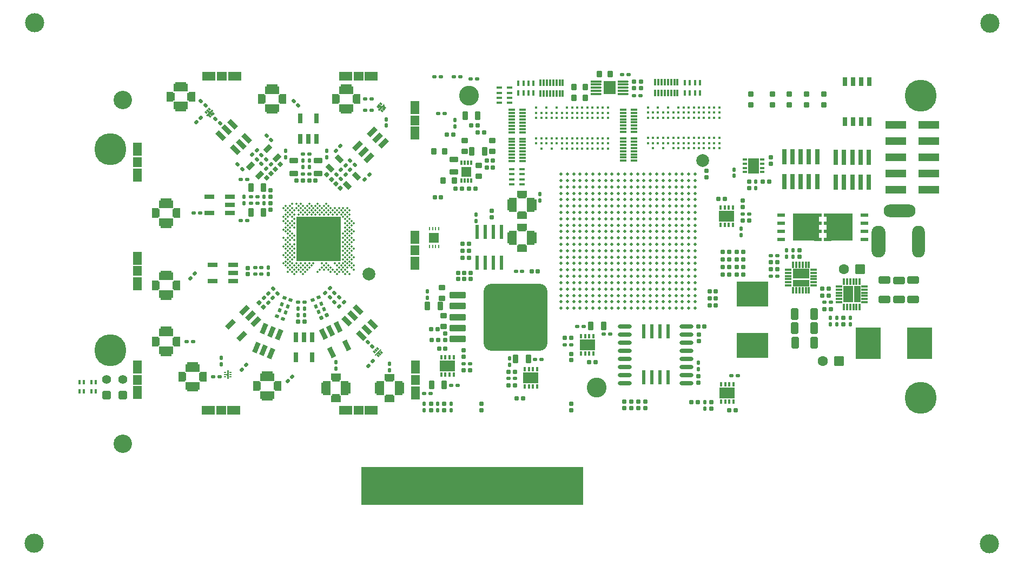
<source format=gts>
G04 Layer_Color=8388736*
%FSLAX44Y44*%
%MOMM*%
G71*
G01*
G75*
%ADD18R,0.5500X2.2000*%
%ADD19C,0.3500*%
G04:AMPARAMS|DCode=21|XSize=1mm|YSize=0.9mm|CornerRadius=0.1125mm|HoleSize=0mm|Usage=FLASHONLY|Rotation=0.000|XOffset=0mm|YOffset=0mm|HoleType=Round|Shape=RoundedRectangle|*
%AMROUNDEDRECTD21*
21,1,1.0000,0.6750,0,0,0.0*
21,1,0.7750,0.9000,0,0,0.0*
1,1,0.2250,0.3875,-0.3375*
1,1,0.2250,-0.3875,-0.3375*
1,1,0.2250,-0.3875,0.3375*
1,1,0.2250,0.3875,0.3375*
%
%ADD21ROUNDEDRECTD21*%
G04:AMPARAMS|DCode=24|XSize=1.6mm|YSize=1.9mm|CornerRadius=0.2mm|HoleSize=0mm|Usage=FLASHONLY|Rotation=180.000|XOffset=0mm|YOffset=0mm|HoleType=Round|Shape=RoundedRectangle|*
%AMROUNDEDRECTD24*
21,1,1.6000,1.5000,0,0,180.0*
21,1,1.2000,1.9000,0,0,180.0*
1,1,0.4000,-0.6000,0.7500*
1,1,0.4000,0.6000,0.7500*
1,1,0.4000,0.6000,-0.7500*
1,1,0.4000,-0.6000,-0.7500*
%
%ADD24ROUNDEDRECTD24*%
G04:AMPARAMS|DCode=29|XSize=0.6mm|YSize=0.6mm|CornerRadius=0.06mm|HoleSize=0mm|Usage=FLASHONLY|Rotation=0.000|XOffset=0mm|YOffset=0mm|HoleType=Round|Shape=RoundedRectangle|*
%AMROUNDEDRECTD29*
21,1,0.6000,0.4800,0,0,0.0*
21,1,0.4800,0.6000,0,0,0.0*
1,1,0.1200,0.2400,-0.2400*
1,1,0.1200,-0.2400,-0.2400*
1,1,0.1200,-0.2400,0.2400*
1,1,0.1200,0.2400,0.2400*
%
%ADD29ROUNDEDRECTD29*%
G04:AMPARAMS|DCode=34|XSize=0.5mm|YSize=0.6mm|CornerRadius=0.05mm|HoleSize=0mm|Usage=FLASHONLY|Rotation=180.000|XOffset=0mm|YOffset=0mm|HoleType=Round|Shape=RoundedRectangle|*
%AMROUNDEDRECTD34*
21,1,0.5000,0.5000,0,0,180.0*
21,1,0.4000,0.6000,0,0,180.0*
1,1,0.1000,-0.2000,0.2500*
1,1,0.1000,0.2000,0.2500*
1,1,0.1000,0.2000,-0.2500*
1,1,0.1000,-0.2000,-0.2500*
%
%ADD34ROUNDEDRECTD34*%
G04:AMPARAMS|DCode=35|XSize=0.5mm|YSize=0.6mm|CornerRadius=0.05mm|HoleSize=0mm|Usage=FLASHONLY|Rotation=90.000|XOffset=0mm|YOffset=0mm|HoleType=Round|Shape=RoundedRectangle|*
%AMROUNDEDRECTD35*
21,1,0.5000,0.5000,0,0,90.0*
21,1,0.4000,0.6000,0,0,90.0*
1,1,0.1000,0.2500,0.2000*
1,1,0.1000,0.2500,-0.2000*
1,1,0.1000,-0.2500,-0.2000*
1,1,0.1000,-0.2500,0.2000*
%
%ADD35ROUNDEDRECTD35*%
G04:AMPARAMS|DCode=36|XSize=0.6mm|YSize=0.6mm|CornerRadius=0.06mm|HoleSize=0mm|Usage=FLASHONLY|Rotation=270.000|XOffset=0mm|YOffset=0mm|HoleType=Round|Shape=RoundedRectangle|*
%AMROUNDEDRECTD36*
21,1,0.6000,0.4800,0,0,270.0*
21,1,0.4800,0.6000,0,0,270.0*
1,1,0.1200,-0.2400,-0.2400*
1,1,0.1200,-0.2400,0.2400*
1,1,0.1200,0.2400,0.2400*
1,1,0.1200,0.2400,-0.2400*
%
%ADD36ROUNDEDRECTD36*%
G04:AMPARAMS|DCode=37|XSize=1.3mm|YSize=0.8mm|CornerRadius=0.1mm|HoleSize=0mm|Usage=FLASHONLY|Rotation=90.000|XOffset=0mm|YOffset=0mm|HoleType=Round|Shape=RoundedRectangle|*
%AMROUNDEDRECTD37*
21,1,1.3000,0.6000,0,0,90.0*
21,1,1.1000,0.8000,0,0,90.0*
1,1,0.2000,0.3000,0.5500*
1,1,0.2000,0.3000,-0.5500*
1,1,0.2000,-0.3000,-0.5500*
1,1,0.2000,-0.3000,0.5500*
%
%ADD37ROUNDEDRECTD37*%
%ADD38R,0.2500X0.6250*%
%ADD39R,1.6000X1.6000*%
G04:AMPARAMS|DCode=40|XSize=2.5mm|YSize=1.1mm|CornerRadius=0.1375mm|HoleSize=0mm|Usage=FLASHONLY|Rotation=180.000|XOffset=0mm|YOffset=0mm|HoleType=Round|Shape=RoundedRectangle|*
%AMROUNDEDRECTD40*
21,1,2.5000,0.8250,0,0,180.0*
21,1,2.2250,1.1000,0,0,180.0*
1,1,0.2750,-1.1125,0.4125*
1,1,0.2750,1.1125,0.4125*
1,1,0.2750,1.1125,-0.4125*
1,1,0.2750,-1.1125,-0.4125*
%
%ADD40ROUNDEDRECTD40*%
G04:AMPARAMS|DCode=41|XSize=10mm|YSize=10.5mm|CornerRadius=1.25mm|HoleSize=0mm|Usage=FLASHONLY|Rotation=180.000|XOffset=0mm|YOffset=0mm|HoleType=Round|Shape=RoundedRectangle|*
%AMROUNDEDRECTD41*
21,1,10.0000,8.0000,0,0,180.0*
21,1,7.5000,10.5000,0,0,180.0*
1,1,2.5000,-3.7500,4.0000*
1,1,2.5000,3.7500,4.0000*
1,1,2.5000,3.7500,-4.0000*
1,1,2.5000,-3.7500,-4.0000*
%
%ADD41ROUNDEDRECTD41*%
G04:AMPARAMS|DCode=46|XSize=1.8mm|YSize=1.15mm|CornerRadius=0.1437mm|HoleSize=0mm|Usage=FLASHONLY|Rotation=0.000|XOffset=0mm|YOffset=0mm|HoleType=Round|Shape=RoundedRectangle|*
%AMROUNDEDRECTD46*
21,1,1.8000,0.8625,0,0,0.0*
21,1,1.5125,1.1500,0,0,0.0*
1,1,0.2875,0.7562,-0.4313*
1,1,0.2875,-0.7562,-0.4313*
1,1,0.2875,-0.7562,0.4313*
1,1,0.2875,0.7562,0.4313*
%
%ADD46ROUNDEDRECTD46*%
G04:AMPARAMS|DCode=47|XSize=1.3mm|YSize=0.8mm|CornerRadius=0.1mm|HoleSize=0mm|Usage=FLASHONLY|Rotation=180.000|XOffset=0mm|YOffset=0mm|HoleType=Round|Shape=RoundedRectangle|*
%AMROUNDEDRECTD47*
21,1,1.3000,0.6000,0,0,180.0*
21,1,1.1000,0.8000,0,0,180.0*
1,1,0.2000,-0.5500,0.3000*
1,1,0.2000,0.5500,0.3000*
1,1,0.2000,0.5500,-0.3000*
1,1,0.2000,-0.5500,-0.3000*
%
%ADD47ROUNDEDRECTD47*%
G04:AMPARAMS|DCode=48|XSize=1.3mm|YSize=0.8mm|CornerRadius=0.1mm|HoleSize=0mm|Usage=FLASHONLY|Rotation=225.000|XOffset=0mm|YOffset=0mm|HoleType=Round|Shape=RoundedRectangle|*
%AMROUNDEDRECTD48*
21,1,1.3000,0.6000,0,0,225.0*
21,1,1.1000,0.8000,0,0,225.0*
1,1,0.2000,-0.6010,-0.1768*
1,1,0.2000,0.1768,0.6010*
1,1,0.2000,0.6010,0.1768*
1,1,0.2000,-0.1768,-0.6010*
%
%ADD48ROUNDEDRECTD48*%
G04:AMPARAMS|DCode=49|XSize=1.3mm|YSize=0.8mm|CornerRadius=0.1mm|HoleSize=0mm|Usage=FLASHONLY|Rotation=135.000|XOffset=0mm|YOffset=0mm|HoleType=Round|Shape=RoundedRectangle|*
%AMROUNDEDRECTD49*
21,1,1.3000,0.6000,0,0,135.0*
21,1,1.1000,0.8000,0,0,135.0*
1,1,0.2000,-0.1768,0.6010*
1,1,0.2000,0.6010,-0.1768*
1,1,0.2000,0.1768,-0.6010*
1,1,0.2000,-0.6010,0.1768*
%
%ADD49ROUNDEDRECTD49*%
G04:AMPARAMS|DCode=50|XSize=0.5mm|YSize=0.6mm|CornerRadius=0.05mm|HoleSize=0mm|Usage=FLASHONLY|Rotation=247.500|XOffset=0mm|YOffset=0mm|HoleType=Round|Shape=RoundedRectangle|*
%AMROUNDEDRECTD50*
21,1,0.5000,0.5000,0,0,247.5*
21,1,0.4000,0.6000,0,0,247.5*
1,1,0.1000,-0.3075,-0.0891*
1,1,0.1000,-0.1544,0.2804*
1,1,0.1000,0.3075,0.0891*
1,1,0.1000,0.1544,-0.2804*
%
%ADD50ROUNDEDRECTD50*%
%ADD53R,4.0000X5.0000*%
G04:AMPARAMS|DCode=54|XSize=0.5mm|YSize=0.6mm|CornerRadius=0.05mm|HoleSize=0mm|Usage=FLASHONLY|Rotation=45.000|XOffset=0mm|YOffset=0mm|HoleType=Round|Shape=RoundedRectangle|*
%AMROUNDEDRECTD54*
21,1,0.5000,0.5000,0,0,45.0*
21,1,0.4000,0.6000,0,0,45.0*
1,1,0.1000,0.3182,-0.0354*
1,1,0.1000,0.0354,-0.3182*
1,1,0.1000,-0.3182,0.0354*
1,1,0.1000,-0.0354,0.3182*
%
%ADD54ROUNDEDRECTD54*%
G04:AMPARAMS|DCode=59|XSize=0.5mm|YSize=0.6mm|CornerRadius=0.05mm|HoleSize=0mm|Usage=FLASHONLY|Rotation=157.500|XOffset=0mm|YOffset=0mm|HoleType=Round|Shape=RoundedRectangle|*
%AMROUNDEDRECTD59*
21,1,0.5000,0.5000,0,0,157.5*
21,1,0.4000,0.6000,0,0,157.5*
1,1,0.1000,-0.0891,0.3075*
1,1,0.1000,0.2804,0.1544*
1,1,0.1000,0.0891,-0.3075*
1,1,0.1000,-0.2804,-0.1544*
%
%ADD59ROUNDEDRECTD59*%
G04:AMPARAMS|DCode=60|XSize=0.6mm|YSize=0.6mm|CornerRadius=0.06mm|HoleSize=0mm|Usage=FLASHONLY|Rotation=45.000|XOffset=0mm|YOffset=0mm|HoleType=Round|Shape=RoundedRectangle|*
%AMROUNDEDRECTD60*
21,1,0.6000,0.4800,0,0,45.0*
21,1,0.4800,0.6000,0,0,45.0*
1,1,0.1200,0.3394,0.0000*
1,1,0.1200,0.0000,-0.3394*
1,1,0.1200,-0.3394,0.0000*
1,1,0.1200,0.0000,0.3394*
%
%ADD60ROUNDEDRECTD60*%
G04:AMPARAMS|DCode=61|XSize=0.5mm|YSize=0.6mm|CornerRadius=0.05mm|HoleSize=0mm|Usage=FLASHONLY|Rotation=315.000|XOffset=0mm|YOffset=0mm|HoleType=Round|Shape=RoundedRectangle|*
%AMROUNDEDRECTD61*
21,1,0.5000,0.5000,0,0,315.0*
21,1,0.4000,0.6000,0,0,315.0*
1,1,0.1000,-0.0354,-0.3182*
1,1,0.1000,-0.3182,-0.0354*
1,1,0.1000,0.0354,0.3182*
1,1,0.1000,0.3182,0.0354*
%
%ADD61ROUNDEDRECTD61*%
G04:AMPARAMS|DCode=62|XSize=0.5mm|YSize=0.6mm|CornerRadius=0.05mm|HoleSize=0mm|Usage=FLASHONLY|Rotation=205.000|XOffset=0mm|YOffset=0mm|HoleType=Round|Shape=RoundedRectangle|*
%AMROUNDEDRECTD62*
21,1,0.5000,0.5000,0,0,205.0*
21,1,0.4000,0.6000,0,0,205.0*
1,1,0.1000,-0.2869,0.1421*
1,1,0.1000,0.0756,0.3111*
1,1,0.1000,0.2869,-0.1421*
1,1,0.1000,-0.0756,-0.3111*
%
%ADD62ROUNDEDRECTD62*%
G04:AMPARAMS|DCode=63|XSize=0.5mm|YSize=0.6mm|CornerRadius=0.05mm|HoleSize=0mm|Usage=FLASHONLY|Rotation=295.000|XOffset=0mm|YOffset=0mm|HoleType=Round|Shape=RoundedRectangle|*
%AMROUNDEDRECTD63*
21,1,0.5000,0.5000,0,0,295.0*
21,1,0.4000,0.6000,0,0,295.0*
1,1,0.1000,-0.1421,-0.2869*
1,1,0.1000,-0.3111,0.0756*
1,1,0.1000,0.1421,0.2869*
1,1,0.1000,0.3111,-0.0756*
%
%ADD63ROUNDEDRECTD63*%
G04:AMPARAMS|DCode=64|XSize=0.6mm|YSize=0.6mm|CornerRadius=0.06mm|HoleSize=0mm|Usage=FLASHONLY|Rotation=135.000|XOffset=0mm|YOffset=0mm|HoleType=Round|Shape=RoundedRectangle|*
%AMROUNDEDRECTD64*
21,1,0.6000,0.4800,0,0,135.0*
21,1,0.4800,0.6000,0,0,135.0*
1,1,0.1200,0.0000,0.3394*
1,1,0.1200,0.3394,0.0000*
1,1,0.1200,0.0000,-0.3394*
1,1,0.1200,-0.3394,0.0000*
%
%ADD64ROUNDEDRECTD64*%
G04:AMPARAMS|DCode=65|XSize=0.76mm|YSize=1.65mm|CornerRadius=0mm|HoleSize=0mm|Usage=FLASHONLY|Rotation=45.000|XOffset=0mm|YOffset=0mm|HoleType=Round|Shape=Rectangle|*
%AMROTATEDRECTD65*
4,1,4,0.3147,-0.8521,-0.8521,0.3147,-0.3147,0.8521,0.8521,-0.3147,0.3147,-0.8521,0.0*
%
%ADD65ROTATEDRECTD65*%

%ADD66R,1.6500X0.7600*%
G04:AMPARAMS|DCode=67|XSize=0.76mm|YSize=1.65mm|CornerRadius=0mm|HoleSize=0mm|Usage=FLASHONLY|Rotation=135.000|XOffset=0mm|YOffset=0mm|HoleType=Round|Shape=Rectangle|*
%AMROTATEDRECTD67*
4,1,4,0.8521,0.3147,-0.3147,-0.8521,-0.8521,-0.3147,0.3147,0.8521,0.8521,0.3147,0.0*
%
%ADD67ROTATEDRECTD67*%

%ADD68R,0.7600X1.6500*%
G04:AMPARAMS|DCode=69|XSize=1.8mm|YSize=1.15mm|CornerRadius=0.1437mm|HoleSize=0mm|Usage=FLASHONLY|Rotation=270.000|XOffset=0mm|YOffset=0mm|HoleType=Round|Shape=RoundedRectangle|*
%AMROUNDEDRECTD69*
21,1,1.8000,0.8625,0,0,270.0*
21,1,1.5125,1.1500,0,0,270.0*
1,1,0.2875,-0.4313,-0.7562*
1,1,0.2875,-0.4313,0.7562*
1,1,0.2875,0.4313,0.7562*
1,1,0.2875,0.4313,-0.7562*
%
%ADD69ROUNDEDRECTD69*%
%ADD70O,2.2000X0.6000*%
%ADD71R,0.7000X4.2000*%
%ADD72R,0.7000X3.2000*%
%ADD73R,3.2004X1.2700*%
G04:AMPARAMS|DCode=74|XSize=0.7mm|YSize=0.4mm|CornerRadius=0.05mm|HoleSize=0mm|Usage=FLASHONLY|Rotation=270.000|XOffset=0mm|YOffset=0mm|HoleType=Round|Shape=RoundedRectangle|*
%AMROUNDEDRECTD74*
21,1,0.7000,0.3000,0,0,270.0*
21,1,0.6000,0.4000,0,0,270.0*
1,1,0.1000,-0.1500,-0.3000*
1,1,0.1000,-0.1500,0.3000*
1,1,0.1000,0.1500,0.3000*
1,1,0.1000,0.1500,-0.3000*
%
%ADD74ROUNDEDRECTD74*%
%ADD75R,0.7500X2.4000*%
G04:AMPARAMS|DCode=76|XSize=1mm|YSize=0.9mm|CornerRadius=0.1125mm|HoleSize=0mm|Usage=FLASHONLY|Rotation=90.000|XOffset=0mm|YOffset=0mm|HoleType=Round|Shape=RoundedRectangle|*
%AMROUNDEDRECTD76*
21,1,1.0000,0.6750,0,0,90.0*
21,1,0.7750,0.9000,0,0,90.0*
1,1,0.2250,0.3375,0.3875*
1,1,0.2250,0.3375,-0.3875*
1,1,0.2250,-0.3375,-0.3875*
1,1,0.2250,-0.3375,0.3875*
%
%ADD76ROUNDEDRECTD76*%
%ADD77C,0.5000*%
%ADD78R,5.0000X4.0000*%
G04:AMPARAMS|DCode=79|XSize=0.8mm|YSize=0.8mm|CornerRadius=0.1mm|HoleSize=0mm|Usage=FLASHONLY|Rotation=90.000|XOffset=0mm|YOffset=0mm|HoleType=Round|Shape=RoundedRectangle|*
%AMROUNDEDRECTD79*
21,1,0.8000,0.6000,0,0,90.0*
21,1,0.6000,0.8000,0,0,90.0*
1,1,0.2000,0.3000,0.3000*
1,1,0.2000,0.3000,-0.3000*
1,1,0.2000,-0.3000,-0.3000*
1,1,0.2000,-0.3000,0.3000*
%
%ADD79ROUNDEDRECTD79*%
%ADD80R,0.8000X1.4000*%
%ADD81R,4.0500X4.3000*%
%ADD82R,1.2000X0.5000*%
%ADD83R,0.9500X0.4000*%
%ADD84R,0.4000X0.9500*%
%ADD85C,0.4500*%
%ADD93R,1.5000X1.6000*%
G04:AMPARAMS|DCode=94|XSize=0.76mm|YSize=1.65mm|CornerRadius=0mm|HoleSize=0mm|Usage=FLASHONLY|Rotation=205.000|XOffset=0mm|YOffset=0mm|HoleType=Round|Shape=Rectangle|*
%AMROTATEDRECTD94*
4,1,4,-0.0043,0.9083,0.6931,-0.5871,0.0043,-0.9083,-0.6931,0.5871,-0.0043,0.9083,0.0*
%
%ADD94ROTATEDRECTD94*%

G04:AMPARAMS|DCode=95|XSize=0.76mm|YSize=1.65mm|CornerRadius=0mm|HoleSize=0mm|Usage=FLASHONLY|Rotation=337.500|XOffset=0mm|YOffset=0mm|HoleType=Round|Shape=Rectangle|*
%AMROTATEDRECTD95*
4,1,4,-0.6668,-0.6168,-0.0354,0.9076,0.6668,0.6168,0.0354,-0.9076,-0.6668,-0.6168,0.0*
%
%ADD95ROTATEDRECTD95*%

G04:AMPARAMS|DCode=96|XSize=0.6mm|YSize=0.6mm|CornerRadius=0.06mm|HoleSize=0mm|Usage=FLASHONLY|Rotation=295.000|XOffset=0mm|YOffset=0mm|HoleType=Round|Shape=RoundedRectangle|*
%AMROUNDEDRECTD96*
21,1,0.6000,0.4800,0,0,295.0*
21,1,0.4800,0.6000,0,0,295.0*
1,1,0.1200,-0.1161,-0.3189*
1,1,0.1200,-0.3189,0.1161*
1,1,0.1200,0.1161,0.3189*
1,1,0.1200,0.3189,-0.1161*
%
%ADD96ROUNDEDRECTD96*%
%ADD111R,7.0000X7.0000*%
%ADD112C,0.6604*%
%ADD113C,2.8800*%
%ADD114C,3.1000*%
%ADD115C,5.0000*%
%ADD116C,1.4000*%
G04:AMPARAMS|DCode=117|XSize=1.4mm|YSize=1.4mm|CornerRadius=0.35mm|HoleSize=0mm|Usage=FLASHONLY|Rotation=90.000|XOffset=0mm|YOffset=0mm|HoleType=Round|Shape=RoundedRectangle|*
%AMROUNDEDRECTD117*
21,1,1.4000,0.7000,0,0,90.0*
21,1,0.7000,1.4000,0,0,90.0*
1,1,0.7000,0.3500,0.3500*
1,1,0.7000,0.3500,-0.3500*
1,1,0.7000,-0.3500,-0.3500*
1,1,0.7000,-0.3500,0.3500*
%
%ADD117ROUNDEDRECTD117*%
%ADD118O,5.0000X2.0000*%
%ADD119O,2.2000X5.0000*%
%ADD120O,2.0000X5.0000*%
G04:AMPARAMS|DCode=121|XSize=1.524mm|YSize=1.524mm|CornerRadius=0.1905mm|HoleSize=0mm|Usage=FLASHONLY|Rotation=270.000|XOffset=0mm|YOffset=0mm|HoleType=Round|Shape=RoundedRectangle|*
%AMROUNDEDRECTD121*
21,1,1.5240,1.1430,0,0,270.0*
21,1,1.1430,1.5240,0,0,270.0*
1,1,0.3810,-0.5715,-0.5715*
1,1,0.3810,-0.5715,0.5715*
1,1,0.3810,0.5715,0.5715*
1,1,0.3810,0.5715,-0.5715*
%
%ADD121ROUNDEDRECTD121*%
%ADD122C,1.6000*%
%ADD168R,1.8500X2.1500*%
%ADD169R,34.8000X5.9750*%
%ADD170C,2.0000*%
G04:AMPARAMS|DCode=171|XSize=1.7mm|YSize=0.4mm|CornerRadius=0.0875mm|HoleSize=0mm|Usage=FLASHONLY|Rotation=0.000|XOffset=0mm|YOffset=0mm|HoleType=Round|Shape=RoundedRectangle|*
%AMROUNDEDRECTD171*
21,1,1.7000,0.2250,0,0,0.0*
21,1,1.5250,0.4000,0,0,0.0*
1,1,0.1750,0.7625,-0.1125*
1,1,0.1750,-0.7625,-0.1125*
1,1,0.1750,-0.7625,0.1125*
1,1,0.1750,0.7625,0.1125*
%
%ADD171ROUNDEDRECTD171*%
%ADD172O,1.7000X0.4000*%
%ADD173R,2.4500X1.7000*%
%ADD174R,0.4000X0.8000*%
%ADD175R,0.8000X0.4000*%
%ADD176R,1.7000X2.4500*%
%ADD177R,1.1000X1.6500*%
%ADD178R,1.7000X1.3000*%
%ADD179R,1.3000X1.3000*%
%ADD180R,2.2500X1.3000*%
%ADD181R,1.0000X2.6500*%
%ADD182R,1.5000X2.6500*%
%ADD183R,1.1000X0.3500*%
%ADD184R,0.3500X1.1000*%
%ADD185R,2.6500X1.0000*%
%ADD186R,2.6500X1.5000*%
%ADD187R,1.6500X1.1000*%
%ADD188R,1.3000X1.7000*%
%ADD189R,1.3000X1.3000*%
%ADD190R,1.3000X2.2500*%
%ADD191R,1.0500X0.4500*%
%ADD192R,0.4500X1.0500*%
%ADD193R,1.5000X1.4000*%
%ADD194R,2.1000X1.4000*%
%ADD195R,1.4000X1.5000*%
%ADD196R,1.4000X2.1000*%
%ADD197R,0.3500X0.7000*%
%ADD198C,3.0000*%
G04:AMPARAMS|DCode=199|XSize=0.45mm|YSize=0.25mm|CornerRadius=0mm|HoleSize=0mm|Usage=FLASHONLY|Rotation=315.000|XOffset=0mm|YOffset=0mm|HoleType=Round|Shape=Rectangle|*
%AMROTATEDRECTD199*
4,1,4,-0.2475,0.0707,-0.0707,0.2475,0.2475,-0.0707,0.0707,-0.2475,-0.2475,0.0707,0.0*
%
%ADD199ROTATEDRECTD199*%

%ADD200R,0.4500X0.2500*%
G36*
X477915Y242197D02*
X478009Y242169D01*
X478096Y242122D01*
X478172Y242060D01*
X478173Y242060D01*
X479233Y240999D01*
X479296Y240923D01*
X479342Y240836D01*
X479362Y240770D01*
X479371Y240742D01*
X479372Y240731D01*
X479380Y240644D01*
X479375Y240585D01*
X479371Y240546D01*
X479359Y240509D01*
X479342Y240452D01*
X479296Y240365D01*
X479244Y240302D01*
X479233Y240289D01*
X476376Y237431D01*
X476376Y236432D01*
X477819Y234989D01*
X477882Y234913D01*
X477910Y234860D01*
X477928Y234826D01*
X477928Y234826D01*
D01*
X477956Y234731D01*
X477963Y234662D01*
X477966Y234634D01*
Y234634D01*
Y234633D01*
X477963Y234601D01*
X477956Y234536D01*
X477956Y234535D01*
Y234535D01*
X477936Y234469D01*
X477928Y234441D01*
D01*
X477928Y234441D01*
X477900Y234389D01*
X477881Y234354D01*
X477881Y234354D01*
X477881Y234354D01*
X477853Y234319D01*
X477819Y234278D01*
X477289Y233748D01*
X477289Y233748D01*
X477289Y233748D01*
X476758Y233218D01*
X476758Y233218D01*
X476758Y233218D01*
X476731Y233195D01*
X476682Y233155D01*
X476595Y233109D01*
D01*
X476595Y233109D01*
X476558Y233097D01*
X476501Y233080D01*
X476403Y233070D01*
X476403D01*
X476403D01*
X476305Y233080D01*
X476239Y233100D01*
X476211Y233109D01*
X476211Y233109D01*
D01*
X476124Y233155D01*
X476063Y233205D01*
X476048Y233218D01*
X476048Y233218D01*
X476048Y233218D01*
X474604Y234661D01*
X473606D01*
X470748Y231803D01*
X470748Y231803D01*
X470672Y231741D01*
X470585Y231695D01*
X470585Y231694D01*
D01*
X470490Y231666D01*
X470414Y231658D01*
X470393Y231656D01*
X470393D01*
X470393D01*
X470294Y231666D01*
X470237Y231683D01*
X470200Y231695D01*
X470200Y231695D01*
D01*
X470113Y231741D01*
X470087Y231763D01*
X470037Y231803D01*
X468977Y232864D01*
X468977Y232864D01*
X468914Y232940D01*
X468868Y233027D01*
X468839Y233121D01*
X468829Y233219D01*
X468839Y233317D01*
X468868Y233412D01*
X468914Y233498D01*
X468977Y233575D01*
X473219Y237817D01*
X473219Y237817D01*
X473219Y237817D01*
X477462Y242060D01*
X477538Y242122D01*
X477625Y242169D01*
X477719Y242197D01*
X477817Y242207D01*
X477915Y242197D01*
D02*
G37*
G36*
X240098Y208493D02*
X240192Y208464D01*
X240279Y208418D01*
X240355Y208355D01*
X240418Y208279D01*
X240464Y208192D01*
X240493Y208098D01*
X240502Y208000D01*
Y202000D01*
D01*
Y196000D01*
X240493Y195902D01*
X240464Y195808D01*
X240418Y195721D01*
X240355Y195645D01*
X240279Y195582D01*
X240192Y195536D01*
X240098Y195507D01*
X240000Y195498D01*
X238500D01*
X238402Y195507D01*
X238345Y195525D01*
X238308Y195536D01*
X238308Y195536D01*
D01*
X238297Y195542D01*
X238221Y195582D01*
X238145Y195645D01*
Y195645D01*
X238145D01*
X238082Y195721D01*
X238042Y195797D01*
X238036Y195808D01*
D01*
X238036Y195808D01*
X238025Y195845D01*
X238007Y195902D01*
X237998Y196000D01*
X237997Y200042D01*
X237291Y200747D01*
X235250Y200748D01*
X235221Y200751D01*
X235152Y200757D01*
X235058Y200786D01*
D01*
X235058Y200786D01*
X235005Y200814D01*
X234971Y200832D01*
X234971Y200832D01*
X234971Y200832D01*
X234928Y200867D01*
X234895Y200895D01*
X234895Y200895D01*
X234895Y200895D01*
X234867Y200928D01*
X234832Y200971D01*
X234832Y200971D01*
X234832Y200971D01*
X234814Y201005D01*
X234786Y201058D01*
X234786Y201058D01*
D01*
X234757Y201152D01*
X234750Y201221D01*
X234748Y201250D01*
Y202000D01*
D01*
Y202750D01*
Y202750D01*
Y202750D01*
X234750Y202779D01*
X234757Y202848D01*
X234786Y202942D01*
D01*
X234786Y202942D01*
X234804Y202976D01*
X234832Y203029D01*
X234895Y203105D01*
X234895Y203105D01*
X234895Y203105D01*
X234971Y203168D01*
X235024Y203196D01*
X235058Y203214D01*
X235058Y203214D01*
D01*
X235152Y203243D01*
X235221Y203250D01*
X235250Y203252D01*
X235250D01*
X235250D01*
X237292Y203252D01*
X237997Y203958D01*
X237998Y208000D01*
X238007Y208098D01*
X238025Y208155D01*
X238036Y208192D01*
X238036Y208192D01*
D01*
X238082Y208279D01*
X238131Y208339D01*
X238145Y208355D01*
X238145D01*
Y208355D01*
X238161Y208369D01*
X238221Y208418D01*
X238308Y208464D01*
D01*
X238308Y208464D01*
X238345Y208475D01*
X238402Y208493D01*
X238500Y208502D01*
X240000D01*
X240098Y208493D01*
D02*
G37*
G36*
X483280Y625796D02*
X483337Y625779D01*
X483374Y625768D01*
X483374Y625768D01*
D01*
X483461Y625721D01*
X483521Y625672D01*
X483537Y625659D01*
X483537Y625659D01*
D01*
D01*
X484598Y624598D01*
X484598Y624598D01*
X484660Y624522D01*
X484707Y624435D01*
X484735Y624341D01*
X484745Y624243D01*
X484735Y624145D01*
X484707Y624050D01*
X484660Y623964D01*
X484598Y623887D01*
X480355Y619645D01*
X480355Y619645D01*
X476113Y615402D01*
X476036Y615340D01*
X475950Y615293D01*
X475855Y615265D01*
X475757Y615255D01*
X475659Y615265D01*
X475565Y615293D01*
X475478Y615340D01*
X475402Y615402D01*
X475402Y615402D01*
X474342Y616463D01*
D01*
D01*
X474341Y616463D01*
X474279Y616539D01*
X474232Y616626D01*
X474213Y616691D01*
X474204Y616720D01*
X474203Y616731D01*
X474194Y616818D01*
X474204Y616916D01*
X474232Y617010D01*
X474279Y617097D01*
X474307Y617132D01*
X474341Y617173D01*
X477199Y620031D01*
X477199Y621029D01*
X475756Y622473D01*
X475715Y622523D01*
X475693Y622549D01*
X475647Y622636D01*
D01*
X475647Y622636D01*
X475635Y622673D01*
X475618Y622730D01*
X475608Y622828D01*
Y622828D01*
Y622828D01*
X475618Y622926D01*
X475635Y622984D01*
X475647Y623021D01*
X475647Y623021D01*
D01*
X475693Y623108D01*
X475756Y623184D01*
X475756Y623184D01*
X476286Y623714D01*
X476286Y623714D01*
X476286Y623714D01*
X476816Y624244D01*
X476816Y624244D01*
X476816Y624244D01*
X476839Y624263D01*
X476892Y624307D01*
X476979Y624353D01*
X476979Y624353D01*
D01*
X477007Y624362D01*
X477074Y624382D01*
X477074D01*
X477074Y624382D01*
X477133Y624388D01*
X477172Y624392D01*
X477172D01*
X477172D01*
X477210Y624388D01*
X477270Y624382D01*
X477270Y624382D01*
X477270D01*
X477290Y624376D01*
X477364Y624353D01*
X477364Y624353D01*
X477364D01*
X477386Y624341D01*
X477451Y624307D01*
X477451Y624307D01*
X477451Y624307D01*
X477486Y624278D01*
X477527Y624244D01*
X477527Y624244D01*
X477527Y624244D01*
X478970Y622800D01*
X479968Y622800D01*
X482827Y625658D01*
X482827Y625659D01*
X482903Y625721D01*
X482990Y625768D01*
D01*
X482990Y625768D01*
X483084Y625796D01*
X483163Y625804D01*
X483182Y625806D01*
X483182D01*
X483182D01*
X483280Y625796D01*
D02*
G37*
G36*
X214474Y617102D02*
X214531Y617085D01*
X214568Y617074D01*
X214568Y617074D01*
D01*
X214655Y617027D01*
X214714Y616978D01*
X214731Y616965D01*
X214731Y616965D01*
D01*
D01*
X215791Y615904D01*
X215792Y615904D01*
X215854Y615828D01*
X215900Y615741D01*
X215929Y615647D01*
X215939Y615549D01*
X215929Y615451D01*
X215900Y615357D01*
X215854Y615270D01*
X215792Y615194D01*
X211549Y610951D01*
X211549Y610951D01*
X211549Y610951D01*
X207306Y606708D01*
X207230Y606646D01*
X207143Y606600D01*
X207049Y606571D01*
X206951Y606561D01*
X206853Y606571D01*
X206759Y606600D01*
X206672Y606646D01*
X206596Y606708D01*
X206596Y606709D01*
X205535Y607769D01*
X205495Y607818D01*
X205473Y607845D01*
X205467Y607856D01*
X205426Y607932D01*
X205406Y607998D01*
X205398Y608026D01*
X205388Y608124D01*
Y608124D01*
Y608124D01*
X205390Y608144D01*
X205398Y608222D01*
X205409Y608260D01*
X205426Y608317D01*
X205459Y608377D01*
X205473Y608404D01*
X205486Y608420D01*
X205535Y608480D01*
X205535Y608480D01*
X208393Y611338D01*
X208393Y612336D01*
X206949Y613779D01*
X206927Y613807D01*
X206887Y613856D01*
X206840Y613942D01*
X206840Y613943D01*
D01*
X206838Y613951D01*
X206812Y614037D01*
X206802Y614135D01*
Y614135D01*
Y614135D01*
X206805Y614161D01*
X206812Y614233D01*
X206840Y614327D01*
D01*
X206840Y614327D01*
X206868Y614379D01*
X206887Y614414D01*
X206887Y614414D01*
X206887Y614414D01*
X206949Y614490D01*
X206950Y614490D01*
X207480Y615020D01*
X208010Y615551D01*
X208010Y615551D01*
X208010Y615551D01*
X208086Y615613D01*
X208139Y615641D01*
X208173Y615660D01*
X208173Y615660D01*
D01*
X208267Y615688D01*
X208365Y615698D01*
X208463Y615688D01*
X208551Y615662D01*
X208557Y615660D01*
D01*
X208557Y615660D01*
X208644Y615613D01*
X208720Y615551D01*
X210164Y614107D01*
X211162D01*
X214020Y616965D01*
X214020Y616965D01*
X214097Y617027D01*
X214183Y617074D01*
X214183Y617074D01*
D01*
X214278Y617102D01*
X214354Y617110D01*
X214376Y617112D01*
X214376D01*
X214376D01*
X214474Y617102D01*
D02*
G37*
D18*
X928300Y269500D02*
D03*
X915600D02*
D03*
X902900D02*
D03*
X890200D02*
D03*
X928300Y197500D02*
D03*
X915600D02*
D03*
X902900D02*
D03*
X890200D02*
D03*
X667550Y425500D02*
D03*
X654850D02*
D03*
X642150D02*
D03*
X629450D02*
D03*
X667550Y377500D02*
D03*
X654850D02*
D03*
X642150D02*
D03*
X629450D02*
D03*
D19*
X393140Y469267D02*
D03*
X379820D02*
D03*
X366500D02*
D03*
X353180D02*
D03*
X346520D02*
D03*
X356510Y465937D02*
D03*
X363170D02*
D03*
X369830D02*
D03*
X376490D02*
D03*
X383150D02*
D03*
X389810D02*
D03*
X396470D02*
D03*
X349850D02*
D03*
X339860Y469267D02*
D03*
X346520Y462607D02*
D03*
X406460D02*
D03*
X399800D02*
D03*
X393140D02*
D03*
X386480D02*
D03*
X379820D02*
D03*
X373160D02*
D03*
X366500D02*
D03*
X359840D02*
D03*
X353180D02*
D03*
X403130Y459277D02*
D03*
X396470D02*
D03*
X389810D02*
D03*
X383150D02*
D03*
X376490D02*
D03*
X369830D02*
D03*
X363170D02*
D03*
X356510D02*
D03*
X349850D02*
D03*
X359840Y455947D02*
D03*
X353180D02*
D03*
X366500D02*
D03*
X373160D02*
D03*
X379820D02*
D03*
X386480D02*
D03*
X393140D02*
D03*
X399800D02*
D03*
X406460D02*
D03*
X329870Y452617D02*
D03*
X336530D02*
D03*
X343190D02*
D03*
X349850D02*
D03*
X356510D02*
D03*
X363170D02*
D03*
X369830D02*
D03*
X376490D02*
D03*
X383150D02*
D03*
X389810D02*
D03*
X396470D02*
D03*
X403130D02*
D03*
X409790D02*
D03*
X429770Y459277D02*
D03*
X426440Y462607D02*
D03*
X429770Y452617D02*
D03*
X426440Y455947D02*
D03*
X423110Y459277D02*
D03*
X419780Y462607D02*
D03*
X413120Y455947D02*
D03*
X409790Y459277D02*
D03*
X416450D02*
D03*
X413120Y462607D02*
D03*
X419780Y455947D02*
D03*
X423110Y452617D02*
D03*
X426440Y449287D02*
D03*
X433100Y442627D02*
D03*
X429770Y445957D02*
D03*
X436430Y439297D02*
D03*
X416450Y452617D02*
D03*
X419780Y449287D02*
D03*
X423110Y445957D02*
D03*
X429770Y439297D02*
D03*
X426440Y442627D02*
D03*
X433100Y435967D02*
D03*
X423110Y439297D02*
D03*
X426440Y435967D02*
D03*
X433100Y429307D02*
D03*
X429770Y432637D02*
D03*
X436430Y425977D02*
D03*
X423110Y432637D02*
D03*
X426440Y429307D02*
D03*
X433100Y422647D02*
D03*
X429770Y425977D02*
D03*
X423110Y425977D02*
D03*
X426440Y422647D02*
D03*
X433100Y415987D02*
D03*
X429770Y419317D02*
D03*
X436430Y412657D02*
D03*
X419780Y422647D02*
D03*
X423110Y419317D02*
D03*
X426440Y415987D02*
D03*
X433100Y409327D02*
D03*
X429770Y412657D02*
D03*
X419780Y415987D02*
D03*
X423110Y412657D02*
D03*
X426440Y409327D02*
D03*
X433100Y402667D02*
D03*
X429770Y405997D02*
D03*
X436430Y399337D02*
D03*
X419780Y409327D02*
D03*
X423110Y405997D02*
D03*
X426440Y402667D02*
D03*
X433100Y396007D02*
D03*
X429770Y399337D02*
D03*
X419780Y402667D02*
D03*
X423110Y399337D02*
D03*
X426440Y396007D02*
D03*
X433100Y389347D02*
D03*
X429770Y392677D02*
D03*
X436430Y386017D02*
D03*
X419780Y396007D02*
D03*
X423110Y392677D02*
D03*
X426440Y389347D02*
D03*
X433100Y382687D02*
D03*
X429770Y386017D02*
D03*
X419780Y389347D02*
D03*
X423110Y386017D02*
D03*
X426440Y382687D02*
D03*
X433100Y376027D02*
D03*
X429770Y379357D02*
D03*
X436430Y372697D02*
D03*
X419780Y382687D02*
D03*
X423110Y379357D02*
D03*
X426440Y376027D02*
D03*
X433100Y369367D02*
D03*
X429770Y372697D02*
D03*
X436430Y366037D02*
D03*
X419780Y376027D02*
D03*
X423110Y372697D02*
D03*
X426440Y369367D02*
D03*
X413120Y376027D02*
D03*
X416450Y372697D02*
D03*
X419780Y369367D02*
D03*
X426440Y362707D02*
D03*
X423110Y366037D02*
D03*
X429770Y359377D02*
D03*
X423110D02*
D03*
X416450Y366037D02*
D03*
X419780Y362707D02*
D03*
X413120Y369367D02*
D03*
X409790Y372697D02*
D03*
X406460Y376027D02*
D03*
X409790Y366037D02*
D03*
X413120Y362707D02*
D03*
X409790Y359377D02*
D03*
X406460Y362707D02*
D03*
X389810Y366037D02*
D03*
X403130D02*
D03*
X399800Y362707D02*
D03*
Y369367D02*
D03*
X396470Y366037D02*
D03*
X393140Y369367D02*
D03*
X396470Y372697D02*
D03*
X379820Y362707D02*
D03*
X383150Y366037D02*
D03*
X386480Y369367D02*
D03*
X389810Y372697D02*
D03*
X393140Y376027D02*
D03*
X386480D02*
D03*
X333200Y362707D02*
D03*
X339860Y462607D02*
D03*
X343190Y459277D02*
D03*
X336530Y465937D02*
D03*
X329870D02*
D03*
X339860Y455947D02*
D03*
X333200Y462607D02*
D03*
X336530Y459277D02*
D03*
X329870D02*
D03*
X326540Y462607D02*
D03*
X339860Y449287D02*
D03*
X343190Y445957D02*
D03*
X333200Y455947D02*
D03*
X339860Y442627D02*
D03*
X343190Y439297D02*
D03*
X333200Y449287D02*
D03*
X329870Y445957D02*
D03*
X326540Y449287D02*
D03*
X339860Y435967D02*
D03*
X343190Y432637D02*
D03*
X333200Y442627D02*
D03*
X336530Y439297D02*
D03*
X329870D02*
D03*
X326540Y442627D02*
D03*
X333200Y435967D02*
D03*
X336530Y432637D02*
D03*
X329870D02*
D03*
X339860Y422647D02*
D03*
X343190Y419317D02*
D03*
X333200Y429307D02*
D03*
X336530Y425977D02*
D03*
X329870D02*
D03*
X326540Y429307D02*
D03*
X339860Y415987D02*
D03*
X343190Y412657D02*
D03*
X333200Y422647D02*
D03*
X336530Y419317D02*
D03*
Y412657D02*
D03*
X333200Y415987D02*
D03*
X343190Y405997D02*
D03*
X336530D02*
D03*
X333200Y409327D02*
D03*
X343190Y399337D02*
D03*
X339860Y402667D02*
D03*
X326540Y415987D02*
D03*
X329870Y412657D02*
D03*
X339860Y396007D02*
D03*
X336530Y399337D02*
D03*
X343190Y392677D02*
D03*
X329870Y405997D02*
D03*
X333200Y402667D02*
D03*
X329870Y399337D02*
D03*
X326540Y402667D02*
D03*
X373160Y376027D02*
D03*
X369830Y372697D02*
D03*
X366500Y376027D02*
D03*
X359840D02*
D03*
X366500Y369367D02*
D03*
X363170Y372697D02*
D03*
X359840Y369367D02*
D03*
X363170Y366037D02*
D03*
X353180Y376027D02*
D03*
X356510Y372697D02*
D03*
X339860Y389347D02*
D03*
X343190Y386017D02*
D03*
X333200Y396007D02*
D03*
X336530Y392677D02*
D03*
X329870Y386017D02*
D03*
X326540Y389347D02*
D03*
X333200D02*
D03*
X329870Y392677D02*
D03*
X353180Y362707D02*
D03*
X356510Y359377D02*
D03*
Y366037D02*
D03*
X359840Y362707D02*
D03*
X339860Y382687D02*
D03*
X336530Y386017D02*
D03*
X346520Y376027D02*
D03*
X353180Y369367D02*
D03*
X349850Y372697D02*
D03*
X333200Y382687D02*
D03*
X336530Y379357D02*
D03*
X343190Y372697D02*
D03*
X339860Y376027D02*
D03*
X349850Y366037D02*
D03*
X346520Y369367D02*
D03*
X343190Y366037D02*
D03*
X346520Y362707D02*
D03*
X336530Y372697D02*
D03*
X339860Y369367D02*
D03*
X333200Y376027D02*
D03*
X329870Y379357D02*
D03*
X326540Y376027D02*
D03*
X329870Y372697D02*
D03*
X333200Y369367D02*
D03*
X336530Y366037D02*
D03*
X339860Y362707D02*
D03*
X343190Y359377D02*
D03*
D21*
X652875Y568500D02*
D03*
X652875Y551500D02*
D03*
X577000Y294250D02*
D03*
Y277250D02*
D03*
X574250Y338500D02*
D03*
X574250Y321500D02*
D03*
X610000Y551250D02*
D03*
X610000Y568250D02*
D03*
X632000Y529750D02*
D03*
Y512750D02*
D03*
D24*
X836750Y651250D02*
D03*
D29*
X609250Y361500D02*
D03*
Y351500D02*
D03*
X976250Y264500D02*
D03*
Y254500D02*
D03*
X976000Y189250D02*
D03*
Y199250D02*
D03*
X776625Y224500D02*
D03*
Y234500D02*
D03*
X1202744Y290756D02*
D03*
Y280756D02*
D03*
X270710Y359213D02*
D03*
Y369213D02*
D03*
X988000Y521250D02*
D03*
Y511250D02*
D03*
X776500Y156500D02*
D03*
Y146500D02*
D03*
X636500Y156500D02*
D03*
Y146500D02*
D03*
X599500Y361500D02*
D03*
Y351500D02*
D03*
X1045125Y474250D02*
D03*
Y464250D02*
D03*
X608125Y239750D02*
D03*
Y229750D02*
D03*
X1089250Y532250D02*
D03*
Y542250D02*
D03*
X1055250Y493875D02*
D03*
X1055250Y503875D02*
D03*
X995750Y149000D02*
D03*
Y159000D02*
D03*
X619250Y361500D02*
D03*
Y351500D02*
D03*
X886250Y650750D02*
D03*
Y660750D02*
D03*
X875250Y650750D02*
D03*
Y660750D02*
D03*
X579500Y256250D02*
D03*
Y266250D02*
D03*
X557000Y146500D02*
D03*
Y156500D02*
D03*
X578000Y146500D02*
D03*
Y156500D02*
D03*
X652250Y448750D02*
D03*
Y458750D02*
D03*
X1133750Y396500D02*
D03*
Y386500D02*
D03*
X893000Y159500D02*
D03*
Y149500D02*
D03*
X882000Y159500D02*
D03*
Y149500D02*
D03*
X871000Y159500D02*
D03*
Y149500D02*
D03*
X860015Y159525D02*
D03*
Y149525D02*
D03*
X306296Y480523D02*
D03*
Y490523D02*
D03*
X306296Y470523D02*
D03*
Y460523D02*
D03*
D34*
X976000Y220250D02*
D03*
Y210250D02*
D03*
X679750Y227250D02*
D03*
X679750Y217250D02*
D03*
X1213244Y290756D02*
D03*
Y280756D02*
D03*
X1123750Y386500D02*
D03*
Y396500D02*
D03*
X408000Y211250D02*
D03*
Y221250D02*
D03*
X393594Y552633D02*
D03*
Y542633D02*
D03*
X366445Y536911D02*
D03*
Y526911D02*
D03*
X348990Y295326D02*
D03*
Y305326D02*
D03*
X358990Y295326D02*
D03*
Y305326D02*
D03*
X295904Y470527D02*
D03*
Y480527D02*
D03*
X356445Y526911D02*
D03*
Y536911D02*
D03*
X329454Y552649D02*
D03*
Y542649D02*
D03*
X492164Y209000D02*
D03*
Y219000D02*
D03*
X302309Y359372D02*
D03*
Y369372D02*
D03*
X588500Y146500D02*
D03*
Y156500D02*
D03*
X1042500Y430750D02*
D03*
Y420750D02*
D03*
X1065750Y493875D02*
D03*
Y503875D02*
D03*
X1031750Y513250D02*
D03*
Y523250D02*
D03*
X985375Y149000D02*
D03*
Y159000D02*
D03*
X727250Y474750D02*
D03*
Y484750D02*
D03*
X551500Y332000D02*
D03*
Y322000D02*
D03*
X264796Y470523D02*
D03*
Y480523D02*
D03*
X628000Y452500D02*
D03*
Y442500D02*
D03*
X1182289Y280744D02*
D03*
Y290744D02*
D03*
X1192289Y280744D02*
D03*
X1192289Y290744D02*
D03*
X1113750Y396500D02*
D03*
Y386500D02*
D03*
X546500Y146500D02*
D03*
Y156500D02*
D03*
X567500Y146500D02*
D03*
Y156500D02*
D03*
X487000Y592000D02*
D03*
Y602000D02*
D03*
X229000Y218000D02*
D03*
Y228000D02*
D03*
X594750Y600750D02*
D03*
Y590750D02*
D03*
D35*
X688375Y195750D02*
D03*
X678375D02*
D03*
X556500Y172500D02*
D03*
X546500D02*
D03*
X608250Y219250D02*
D03*
X618250D02*
D03*
X827250Y265750D02*
D03*
X837250D02*
D03*
X776625Y248750D02*
D03*
X766625D02*
D03*
X1183244Y315256D02*
D03*
X1173244Y315256D02*
D03*
X1099250Y356500D02*
D03*
X1089250D02*
D03*
X348990Y315826D02*
D03*
X358990D02*
D03*
X356445Y516411D02*
D03*
X366445D02*
D03*
X281809Y359372D02*
D03*
X291809D02*
D03*
X281813Y369263D02*
D03*
X291813D02*
D03*
X356445Y547411D02*
D03*
X366445D02*
D03*
X259594Y507383D02*
D03*
X269594D02*
D03*
X866000Y671500D02*
D03*
X856000D02*
D03*
X1055125Y453750D02*
D03*
X1045125D02*
D03*
X874750Y638500D02*
D03*
X884750D02*
D03*
X1037625Y200250D02*
D03*
X1027625D02*
D03*
X572750Y668250D02*
D03*
X562750D02*
D03*
X592750Y668250D02*
D03*
X602750D02*
D03*
X700000Y363500D02*
D03*
X690000D02*
D03*
X285296Y470523D02*
D03*
X275296D02*
D03*
X275296Y480523D02*
D03*
X285296D02*
D03*
X588750Y185250D02*
D03*
X598750D02*
D03*
X720250Y225750D02*
D03*
X730250D02*
D03*
X796250Y277000D02*
D03*
X786250D02*
D03*
X629476Y664765D02*
D03*
X619476D02*
D03*
X1099250Y388500D02*
D03*
X1089250Y388500D02*
D03*
X259500Y443500D02*
D03*
X269500D02*
D03*
X195500Y454750D02*
D03*
X185500D02*
D03*
X464000Y633750D02*
D03*
X454000D02*
D03*
X454000Y616000D02*
D03*
X464000D02*
D03*
X184750Y254000D02*
D03*
X174750D02*
D03*
X226500Y198500D02*
D03*
X216500D02*
D03*
X578750Y610750D02*
D03*
X568750D02*
D03*
D36*
X688375Y185250D02*
D03*
X678375D02*
D03*
X691500Y164750D02*
D03*
X701500D02*
D03*
X678375Y206250D02*
D03*
X688375D02*
D03*
X557500Y273250D02*
D03*
X567500D02*
D03*
X766625Y259250D02*
D03*
X776625D02*
D03*
X805000Y221500D02*
D03*
X815000D02*
D03*
X1183244Y304756D02*
D03*
X1173244D02*
D03*
X1169494Y336756D02*
D03*
X1179494D02*
D03*
X1089250Y367000D02*
D03*
X1099250Y367000D02*
D03*
X346445Y505911D02*
D03*
X356445D02*
D03*
X376445Y505911D02*
D03*
X366445D02*
D03*
X975350Y277000D02*
D03*
X985350D02*
D03*
X1016750Y477250D02*
D03*
X1006750D02*
D03*
X1055125Y443250D02*
D03*
X1045125D02*
D03*
X1086250Y503875D02*
D03*
X1076250D02*
D03*
X1024125Y146000D02*
D03*
X1034125D02*
D03*
X618250Y208750D02*
D03*
X608250D02*
D03*
X569750Y242750D02*
D03*
X579750D02*
D03*
X964875Y159000D02*
D03*
X974875D02*
D03*
X616750Y384500D02*
D03*
X606750D02*
D03*
X616750Y395750D02*
D03*
X606750D02*
D03*
X558500Y256250D02*
D03*
X568500D02*
D03*
X1013750Y382500D02*
D03*
X1023750D02*
D03*
X1035750D02*
D03*
X1045750D02*
D03*
X1013750Y394500D02*
D03*
X1023750D02*
D03*
X1035750D02*
D03*
X1045750D02*
D03*
X1013750Y370500D02*
D03*
X1023750D02*
D03*
X1035750D02*
D03*
X1045750D02*
D03*
X1035750Y358500D02*
D03*
X1045750D02*
D03*
X1013750D02*
D03*
X1023750D02*
D03*
X616750Y406750D02*
D03*
X606750D02*
D03*
X1099250Y378000D02*
D03*
X1089250D02*
D03*
X993000Y310000D02*
D03*
X1003000D02*
D03*
X993000Y332000D02*
D03*
X1003000D02*
D03*
X993000Y321000D02*
D03*
X1003000D02*
D03*
X605250Y493000D02*
D03*
X595250D02*
D03*
X644250Y537500D02*
D03*
X654250D02*
D03*
X617000Y493000D02*
D03*
X627000D02*
D03*
X654250Y526500D02*
D03*
X644250D02*
D03*
X1169500Y325750D02*
D03*
X1179500D02*
D03*
X358990Y284826D02*
D03*
X348990D02*
D03*
X714500Y363750D02*
D03*
X724500D02*
D03*
X573000Y479500D02*
D03*
X563000D02*
D03*
X582250Y578000D02*
D03*
X592250D02*
D03*
X620000Y592000D02*
D03*
X630000D02*
D03*
X630000Y581000D02*
D03*
X640000D02*
D03*
D37*
X558000Y185500D02*
D03*
X578000D02*
D03*
X827250Y278000D02*
D03*
X807250D02*
D03*
X275197Y494620D02*
D03*
X295197D02*
D03*
X275204Y456170D02*
D03*
X295204D02*
D03*
X641125Y551500D02*
D03*
X621125D02*
D03*
X689750Y226750D02*
D03*
X709750Y226750D02*
D03*
X551500Y309750D02*
D03*
X571500D02*
D03*
X610500Y607250D02*
D03*
X630500Y607250D02*
D03*
D38*
X554500Y430250D02*
D03*
X559500D02*
D03*
X564500D02*
D03*
X569500D02*
D03*
Y402250D02*
D03*
X564500D02*
D03*
X559500D02*
D03*
X554500D02*
D03*
D39*
X562000Y416250D02*
D03*
D40*
X598860Y275100D02*
D03*
X598860Y292150D02*
D03*
X598860Y309200D02*
D03*
X598860Y326250D02*
D03*
Y258050D02*
D03*
D41*
X689860Y292150D02*
D03*
D46*
X1289528Y319699D02*
D03*
Y349699D02*
D03*
X1266994Y319756D02*
D03*
Y349756D02*
D03*
X1311789Y349744D02*
D03*
Y319744D02*
D03*
D47*
X380650Y537014D02*
D03*
Y517014D02*
D03*
X342200Y537007D02*
D03*
Y517007D02*
D03*
X592750Y539250D02*
D03*
X592750Y519250D02*
D03*
D48*
X274627Y528759D02*
D03*
X288769Y514617D02*
D03*
X301810Y555953D02*
D03*
X315952Y541811D02*
D03*
D49*
X413312Y539966D02*
D03*
X399170Y525824D02*
D03*
X440506Y512783D02*
D03*
X426364Y498641D02*
D03*
D50*
X337360Y318595D02*
D03*
X328121Y322421D02*
D03*
X325305Y289492D02*
D03*
X316066Y293319D02*
D03*
D53*
X1241789Y251494D02*
D03*
X1322289Y251494D02*
D03*
D54*
X197052Y630398D02*
D03*
X204123Y623327D02*
D03*
X254523Y530954D02*
D03*
X261594Y523883D02*
D03*
X299773Y576204D02*
D03*
X306844Y569133D02*
D03*
X291834Y545944D02*
D03*
X298905Y538873D02*
D03*
X284763Y538873D02*
D03*
X291834Y531802D02*
D03*
X413291Y322777D02*
D03*
X406220Y329848D02*
D03*
X316970Y329303D02*
D03*
X309899Y336374D02*
D03*
X406220Y315706D02*
D03*
X399149Y322777D02*
D03*
X465089Y245947D02*
D03*
X458018Y253018D02*
D03*
X437813Y530179D02*
D03*
X430742Y537250D02*
D03*
X408821Y515330D02*
D03*
X415892Y508259D02*
D03*
X226750Y595750D02*
D03*
X219679Y602821D02*
D03*
X349035Y623214D02*
D03*
X341964Y630285D02*
D03*
D59*
X320084Y303020D02*
D03*
X323911Y312259D02*
D03*
X329323Y299193D02*
D03*
X333150Y308432D02*
D03*
D60*
X415539Y493763D02*
D03*
X408468Y500834D02*
D03*
X394326Y514976D02*
D03*
X401397Y507905D02*
D03*
X287974Y314562D02*
D03*
X295045Y307491D02*
D03*
D61*
X430388Y522754D02*
D03*
X423317Y515683D02*
D03*
X295399Y321987D02*
D03*
X302470Y329058D02*
D03*
X458863Y215679D02*
D03*
X465934Y222750D02*
D03*
X302470Y314915D02*
D03*
X309541Y321987D02*
D03*
X398796Y337272D02*
D03*
X391725Y330201D02*
D03*
X423317Y529826D02*
D03*
X416246Y522755D02*
D03*
X460665Y514954D02*
D03*
X453594Y507883D02*
D03*
X284410Y553368D02*
D03*
X277338Y546297D02*
D03*
X420716Y315352D02*
D03*
X413645Y308281D02*
D03*
X299259Y524377D02*
D03*
X306330Y531448D02*
D03*
X415347Y559947D02*
D03*
X408276Y552876D02*
D03*
X189983Y597167D02*
D03*
X197054Y604238D02*
D03*
X339700Y198950D02*
D03*
X332629Y191879D02*
D03*
X267750Y217000D02*
D03*
X260679Y209929D02*
D03*
X187760Y360061D02*
D03*
X180689Y352990D02*
D03*
D62*
X380860Y300009D02*
D03*
X376633Y309072D02*
D03*
X389923Y304235D02*
D03*
X385696Y313298D02*
D03*
D63*
X381263Y322706D02*
D03*
X372200Y318480D02*
D03*
D64*
X320830Y530986D02*
D03*
X313759Y523915D02*
D03*
X299617Y509773D02*
D03*
X306688Y516844D02*
D03*
D65*
X443452Y303506D02*
D03*
X434472Y294525D02*
D03*
X425491Y285545D02*
D03*
X447977Y263059D02*
D03*
X456958Y272039D02*
D03*
X465938Y281020D02*
D03*
X228367Y576380D02*
D03*
X237347Y585360D02*
D03*
X246327Y594341D02*
D03*
X268813Y571855D02*
D03*
X259833Y562874D02*
D03*
X250853Y553894D02*
D03*
D66*
X242122Y480223D02*
D03*
Y467523D02*
D03*
X242122Y454823D02*
D03*
X210322Y454823D02*
D03*
X210322Y480223D02*
D03*
X247209Y374072D02*
D03*
Y361372D02*
D03*
Y348672D02*
D03*
X215409D02*
D03*
Y374072D02*
D03*
D67*
X442338Y559736D02*
D03*
X451319Y550756D02*
D03*
X460299Y541776D02*
D03*
X482785Y564262D02*
D03*
X473805Y573242D02*
D03*
X464824Y582222D02*
D03*
X243002Y280479D02*
D03*
X260963Y262519D02*
D03*
X283449Y285005D02*
D03*
X274468Y293985D02*
D03*
X265488Y302965D02*
D03*
D68*
X378145Y571511D02*
D03*
X365445Y571511D02*
D03*
X352745D02*
D03*
Y603311D02*
D03*
X378145Y603311D02*
D03*
X345290Y260726D02*
D03*
X357990Y260726D02*
D03*
X370690D02*
D03*
X370690Y228926D02*
D03*
X345290D02*
D03*
D69*
X1156750Y252250D02*
D03*
X1126750D02*
D03*
X1126434Y274620D02*
D03*
X1156434D02*
D03*
X1126500Y296750D02*
D03*
X1156500D02*
D03*
D70*
X957250Y188300D02*
D03*
Y201000D02*
D03*
X957250Y213700D02*
D03*
X957250Y226400D02*
D03*
Y239100D02*
D03*
X957250Y251800D02*
D03*
X957250Y264500D02*
D03*
X860250Y188300D02*
D03*
Y201000D02*
D03*
X860250Y213700D02*
D03*
X860250Y226400D02*
D03*
Y239100D02*
D03*
X860250Y251800D02*
D03*
X860250Y264500D02*
D03*
X957250Y277200D02*
D03*
X860250D02*
D03*
D71*
X736500Y35000D02*
D03*
X716500D02*
D03*
X686500D02*
D03*
X756500D02*
D03*
X706500D02*
D03*
X726500D02*
D03*
X746500D02*
D03*
X766500D02*
D03*
X696500D02*
D03*
X656500D02*
D03*
X666500D02*
D03*
X676500D02*
D03*
X786500D02*
D03*
X456500D02*
D03*
X466500D02*
D03*
X536500D02*
D03*
X506500D02*
D03*
X476500D02*
D03*
X526500D02*
D03*
X486500D02*
D03*
X496500D02*
D03*
X516500D02*
D03*
X546500D02*
D03*
X556500D02*
D03*
X596500D02*
D03*
X646500D02*
D03*
X606500D02*
D03*
X626500D02*
D03*
X616500D02*
D03*
X586500D02*
D03*
D72*
X776500Y40000D02*
D03*
X636500D02*
D03*
D73*
X1285000Y593357D02*
D03*
X1336000D02*
D03*
X1285000Y567929D02*
D03*
X1336000Y567929D02*
D03*
X1285000Y542500D02*
D03*
X1336000D02*
D03*
X1285000Y517071D02*
D03*
X1336000Y517071D02*
D03*
X1285000Y491643D02*
D03*
X1336000D02*
D03*
D74*
X32500Y190000D02*
D03*
Y176000D02*
D03*
X25500Y176000D02*
D03*
Y190000D02*
D03*
X14000Y190000D02*
D03*
X14000Y176000D02*
D03*
X7000Y176000D02*
D03*
Y190000D02*
D03*
D75*
X1242000Y542750D02*
D03*
X1242000Y503750D02*
D03*
X1229250Y542750D02*
D03*
X1229250Y503750D02*
D03*
X1216500Y542750D02*
D03*
Y503750D02*
D03*
X1203750Y542750D02*
D03*
Y503750D02*
D03*
X1191000Y542750D02*
D03*
X1191000Y503750D02*
D03*
X1161500Y543000D02*
D03*
X1161500Y504000D02*
D03*
X1148750Y543000D02*
D03*
X1148750Y504000D02*
D03*
X1136000Y543000D02*
D03*
X1136000Y504000D02*
D03*
X1123250Y543000D02*
D03*
Y504000D02*
D03*
X1110500Y543000D02*
D03*
X1110500Y504000D02*
D03*
D76*
X576375Y505750D02*
D03*
X593375D02*
D03*
X561250Y551250D02*
D03*
X578250D02*
D03*
X781250Y652500D02*
D03*
X798250D02*
D03*
X781250Y635250D02*
D03*
X798250D02*
D03*
X820500Y673000D02*
D03*
X837500D02*
D03*
D77*
X760500Y516000D02*
D03*
X770500D02*
D03*
X780500D02*
D03*
X790500D02*
D03*
X800500D02*
D03*
X810500D02*
D03*
X820500D02*
D03*
X830500D02*
D03*
X840500D02*
D03*
X850500D02*
D03*
X860500D02*
D03*
X870500D02*
D03*
X880500D02*
D03*
X890500D02*
D03*
X900500D02*
D03*
X910500D02*
D03*
X920500D02*
D03*
X930500D02*
D03*
X940500D02*
D03*
X950500D02*
D03*
X960500D02*
D03*
X970500D02*
D03*
X760500Y506000D02*
D03*
X770500D02*
D03*
X780500D02*
D03*
X790500D02*
D03*
X800500D02*
D03*
X810500D02*
D03*
X820500D02*
D03*
X830500D02*
D03*
X840500D02*
D03*
X850500D02*
D03*
X860500D02*
D03*
X870500D02*
D03*
X880500D02*
D03*
X890500D02*
D03*
X900500D02*
D03*
X910500D02*
D03*
X920500D02*
D03*
X930500D02*
D03*
X940500D02*
D03*
X950500D02*
D03*
X960500D02*
D03*
X970500D02*
D03*
X760500Y496000D02*
D03*
X770500D02*
D03*
X780500D02*
D03*
X790500D02*
D03*
X800500D02*
D03*
X810500D02*
D03*
X820500D02*
D03*
X830500D02*
D03*
X840500D02*
D03*
X850500D02*
D03*
X860500D02*
D03*
X870500D02*
D03*
X880500D02*
D03*
X890500D02*
D03*
X900500D02*
D03*
X910500D02*
D03*
X920500D02*
D03*
X930500D02*
D03*
X940500D02*
D03*
X950500D02*
D03*
X960500D02*
D03*
X970500D02*
D03*
X760500Y486000D02*
D03*
X770500D02*
D03*
X780500D02*
D03*
X790500D02*
D03*
X800500D02*
D03*
X810500D02*
D03*
X820500D02*
D03*
X830500D02*
D03*
X840500D02*
D03*
X850500D02*
D03*
X860500D02*
D03*
X870500D02*
D03*
X880500D02*
D03*
X890500D02*
D03*
X900500D02*
D03*
X910500D02*
D03*
X920500D02*
D03*
X930500D02*
D03*
X940500D02*
D03*
X950500D02*
D03*
X960500D02*
D03*
X970500D02*
D03*
X760500Y476000D02*
D03*
X770500D02*
D03*
X780500D02*
D03*
X790500D02*
D03*
X800500D02*
D03*
X810500D02*
D03*
X820500D02*
D03*
X830500D02*
D03*
X840500D02*
D03*
X850500D02*
D03*
X860500D02*
D03*
X870500D02*
D03*
X880500D02*
D03*
X890500D02*
D03*
X900500D02*
D03*
X910500D02*
D03*
X920500D02*
D03*
X930500D02*
D03*
X940500D02*
D03*
X950500D02*
D03*
X960500D02*
D03*
X970500D02*
D03*
X760500Y466000D02*
D03*
X770500D02*
D03*
X780500D02*
D03*
X790500D02*
D03*
X800500D02*
D03*
X810500D02*
D03*
X820500D02*
D03*
X830500D02*
D03*
X840500D02*
D03*
X850500D02*
D03*
X860500D02*
D03*
X870500D02*
D03*
X880500D02*
D03*
X890500D02*
D03*
X900500D02*
D03*
X910500D02*
D03*
X920500D02*
D03*
X930500D02*
D03*
X940500D02*
D03*
X950500D02*
D03*
X960500D02*
D03*
X970500D02*
D03*
X760500Y456000D02*
D03*
X770500D02*
D03*
X780500D02*
D03*
X790500D02*
D03*
X800500D02*
D03*
X810500D02*
D03*
X820500D02*
D03*
X830500D02*
D03*
X840500D02*
D03*
X850500D02*
D03*
X860500D02*
D03*
X870500D02*
D03*
X880500D02*
D03*
X890500D02*
D03*
X900500D02*
D03*
X910500D02*
D03*
X920500D02*
D03*
X930500D02*
D03*
X940500D02*
D03*
X950500D02*
D03*
X960500D02*
D03*
X970500D02*
D03*
X760500Y446000D02*
D03*
X770500D02*
D03*
X780500D02*
D03*
X790500D02*
D03*
X800500D02*
D03*
X810500D02*
D03*
X820500D02*
D03*
X830500D02*
D03*
X840500D02*
D03*
X850500D02*
D03*
X860500D02*
D03*
X870500D02*
D03*
X880500D02*
D03*
X890500D02*
D03*
X900500D02*
D03*
X910500D02*
D03*
X920500D02*
D03*
X930500D02*
D03*
X940500D02*
D03*
X950500D02*
D03*
X960500D02*
D03*
X970500D02*
D03*
X760500Y436000D02*
D03*
X770500D02*
D03*
X780500D02*
D03*
X790500D02*
D03*
X800500D02*
D03*
X810500D02*
D03*
X820500D02*
D03*
X830500D02*
D03*
X840500D02*
D03*
X850500D02*
D03*
X860500D02*
D03*
X870500D02*
D03*
X880500D02*
D03*
X890500D02*
D03*
X900500D02*
D03*
X910500D02*
D03*
X920500D02*
D03*
X930500D02*
D03*
X940500D02*
D03*
X950500D02*
D03*
X960500D02*
D03*
X970500D02*
D03*
X760500Y426000D02*
D03*
X770500D02*
D03*
X780500D02*
D03*
X790500D02*
D03*
X800500D02*
D03*
X810500D02*
D03*
X820500D02*
D03*
X830500D02*
D03*
X840500D02*
D03*
X850500D02*
D03*
X860500D02*
D03*
X870500D02*
D03*
X880500D02*
D03*
X890500D02*
D03*
X900500D02*
D03*
X910500D02*
D03*
X920500D02*
D03*
X930500D02*
D03*
X940500D02*
D03*
X950500D02*
D03*
X960500D02*
D03*
X970500D02*
D03*
X760500Y416000D02*
D03*
X770500D02*
D03*
X780500D02*
D03*
X790500D02*
D03*
X800500D02*
D03*
X810500D02*
D03*
X820500D02*
D03*
X830500D02*
D03*
X840500D02*
D03*
X850500D02*
D03*
X860500D02*
D03*
X870500D02*
D03*
X880500D02*
D03*
X890500D02*
D03*
X900500D02*
D03*
X910500D02*
D03*
X920500D02*
D03*
X930500D02*
D03*
X940500D02*
D03*
X950500D02*
D03*
X960500D02*
D03*
X970500D02*
D03*
X760500Y406000D02*
D03*
X770500D02*
D03*
X780500D02*
D03*
X790500D02*
D03*
X800500D02*
D03*
X810500D02*
D03*
X820500D02*
D03*
X830500D02*
D03*
X840500D02*
D03*
X850500D02*
D03*
X860500D02*
D03*
X870500D02*
D03*
X880500D02*
D03*
X890500D02*
D03*
X900500D02*
D03*
X910500D02*
D03*
X920500D02*
D03*
X930500D02*
D03*
X940500D02*
D03*
X950500D02*
D03*
X960500D02*
D03*
X970500D02*
D03*
X760500Y396000D02*
D03*
X770500D02*
D03*
X780500D02*
D03*
X790500D02*
D03*
X800500D02*
D03*
X810500D02*
D03*
X820500D02*
D03*
X830500D02*
D03*
X840500D02*
D03*
X850500D02*
D03*
X860500D02*
D03*
X870500D02*
D03*
X880500D02*
D03*
X890500D02*
D03*
X900500D02*
D03*
X910500D02*
D03*
X920500D02*
D03*
X930500D02*
D03*
X940500D02*
D03*
X950500D02*
D03*
X960500D02*
D03*
X970500D02*
D03*
X760500Y386000D02*
D03*
X770500D02*
D03*
X780500D02*
D03*
X790500D02*
D03*
X800500D02*
D03*
X810500D02*
D03*
X820500D02*
D03*
X830500D02*
D03*
X840500D02*
D03*
X850500D02*
D03*
X860500D02*
D03*
X870500D02*
D03*
X880500D02*
D03*
X890500D02*
D03*
X900500D02*
D03*
X910500D02*
D03*
X920500D02*
D03*
X930500D02*
D03*
X940500D02*
D03*
X950500D02*
D03*
X960500D02*
D03*
X970500D02*
D03*
X760500Y376000D02*
D03*
X770500D02*
D03*
X780500D02*
D03*
X790500D02*
D03*
X800500D02*
D03*
X810500D02*
D03*
X820500D02*
D03*
X830500D02*
D03*
X840500D02*
D03*
X850500D02*
D03*
X860500D02*
D03*
X870500D02*
D03*
X880500D02*
D03*
X890500D02*
D03*
X900500D02*
D03*
X910500D02*
D03*
X920500D02*
D03*
X930500D02*
D03*
X940500D02*
D03*
X950500D02*
D03*
X960500D02*
D03*
X970500D02*
D03*
X760500Y366000D02*
D03*
X770500D02*
D03*
X780500D02*
D03*
X790500D02*
D03*
X800500D02*
D03*
X810500D02*
D03*
X820500D02*
D03*
X830500D02*
D03*
X840500D02*
D03*
X850500D02*
D03*
X860500D02*
D03*
X870500D02*
D03*
X880500D02*
D03*
X890500D02*
D03*
X900500D02*
D03*
X910500D02*
D03*
X920500D02*
D03*
X930500D02*
D03*
X940500D02*
D03*
X950500D02*
D03*
X960500D02*
D03*
X970500D02*
D03*
X760500Y356000D02*
D03*
X770500D02*
D03*
X780500D02*
D03*
X790500D02*
D03*
X800500D02*
D03*
X810500D02*
D03*
X820500D02*
D03*
X830500D02*
D03*
X840500D02*
D03*
X850500D02*
D03*
X860500D02*
D03*
X870500D02*
D03*
X880500D02*
D03*
X890500D02*
D03*
X900500D02*
D03*
X910500D02*
D03*
X920500D02*
D03*
X930500D02*
D03*
X940500D02*
D03*
X950500D02*
D03*
X960500D02*
D03*
X970500D02*
D03*
X760500Y346000D02*
D03*
X770500D02*
D03*
X780500D02*
D03*
X790500D02*
D03*
X800500D02*
D03*
X810500D02*
D03*
X820500D02*
D03*
X830500D02*
D03*
X840500D02*
D03*
X850500D02*
D03*
X860500D02*
D03*
X870500D02*
D03*
X880500D02*
D03*
X890500D02*
D03*
X900500D02*
D03*
X910500D02*
D03*
X920500D02*
D03*
X930500D02*
D03*
X940500D02*
D03*
X950500D02*
D03*
X960500D02*
D03*
X970500D02*
D03*
X760500Y336000D02*
D03*
X770500D02*
D03*
X780500D02*
D03*
X790500D02*
D03*
X800500D02*
D03*
X810500D02*
D03*
X820500D02*
D03*
X830500D02*
D03*
X840500D02*
D03*
X850500D02*
D03*
X860500D02*
D03*
X870500D02*
D03*
X880500D02*
D03*
X890500D02*
D03*
X900500D02*
D03*
X910500D02*
D03*
X920500D02*
D03*
X930500D02*
D03*
X940500D02*
D03*
X950500D02*
D03*
X960500D02*
D03*
X970500D02*
D03*
X760500Y326000D02*
D03*
X770500D02*
D03*
X780500D02*
D03*
X790500D02*
D03*
X800500D02*
D03*
X810500D02*
D03*
X820500D02*
D03*
X830500D02*
D03*
X840500D02*
D03*
X850500D02*
D03*
X860500D02*
D03*
X870500D02*
D03*
X880500D02*
D03*
X890500D02*
D03*
X900500D02*
D03*
X910500D02*
D03*
X920500D02*
D03*
X930500D02*
D03*
X940500D02*
D03*
X950500D02*
D03*
X960500D02*
D03*
X970500D02*
D03*
X760500Y316000D02*
D03*
X770500D02*
D03*
X780500D02*
D03*
X790500D02*
D03*
X800500D02*
D03*
X810500D02*
D03*
X820500D02*
D03*
X830500D02*
D03*
X840500D02*
D03*
X850500D02*
D03*
X860500D02*
D03*
X870500D02*
D03*
X880500D02*
D03*
X890500D02*
D03*
X900500D02*
D03*
X910500D02*
D03*
X920500D02*
D03*
X930500D02*
D03*
X940500D02*
D03*
X950500D02*
D03*
X960500D02*
D03*
X970500D02*
D03*
X760500Y306000D02*
D03*
X770500D02*
D03*
X780500D02*
D03*
X790500D02*
D03*
X800500D02*
D03*
X810500D02*
D03*
X820500D02*
D03*
X830500D02*
D03*
X840500D02*
D03*
X850500D02*
D03*
X860500D02*
D03*
X870500D02*
D03*
X880500D02*
D03*
X890500D02*
D03*
X900500D02*
D03*
X910500D02*
D03*
X920500D02*
D03*
X930500D02*
D03*
X940500D02*
D03*
X950500D02*
D03*
X960500D02*
D03*
X970500D02*
D03*
D78*
X1059872Y327870D02*
D03*
Y247370D02*
D03*
D79*
X1172050Y641250D02*
D03*
Y624250D02*
D03*
X1145051Y641250D02*
D03*
Y624250D02*
D03*
X1118000Y641250D02*
D03*
Y624250D02*
D03*
X1091551Y641250D02*
D03*
Y624250D02*
D03*
X1057750Y641250D02*
D03*
Y624250D02*
D03*
D80*
X1243350Y661250D02*
D03*
X1230650D02*
D03*
X1217950D02*
D03*
X1205250D02*
D03*
Y598250D02*
D03*
X1217950D02*
D03*
X1230650D02*
D03*
X1243350D02*
D03*
D81*
X1144000Y432750D02*
D03*
X1196500D02*
D03*
D82*
X1162700Y413700D02*
D03*
Y426400D02*
D03*
Y439100D02*
D03*
Y451800D02*
D03*
X1105300Y413700D02*
D03*
Y426400D02*
D03*
Y439100D02*
D03*
Y451800D02*
D03*
X1177800Y451800D02*
D03*
Y439100D02*
D03*
Y426400D02*
D03*
Y413700D02*
D03*
X1235200Y451800D02*
D03*
Y439100D02*
D03*
Y426400D02*
D03*
Y413700D02*
D03*
D83*
X683750Y524000D02*
D03*
Y516000D02*
D03*
Y508000D02*
D03*
X683750Y500000D02*
D03*
X699750Y524000D02*
D03*
Y516000D02*
D03*
X699750Y508000D02*
D03*
Y500000D02*
D03*
X680250Y627500D02*
D03*
Y635500D02*
D03*
Y643500D02*
D03*
X680250Y651500D02*
D03*
X664250Y627500D02*
D03*
Y635500D02*
D03*
Y643500D02*
D03*
Y651500D02*
D03*
D84*
X717750Y658750D02*
D03*
X709750D02*
D03*
X701750D02*
D03*
X693750Y658750D02*
D03*
X717750Y642750D02*
D03*
X709750D02*
D03*
X701750D02*
D03*
X693750Y642750D02*
D03*
X978250Y659500D02*
D03*
X970250D02*
D03*
X962250D02*
D03*
X954250Y659500D02*
D03*
X978250Y643500D02*
D03*
X970250D02*
D03*
X962250D02*
D03*
X954250Y643500D02*
D03*
D85*
X722000Y564000D02*
D03*
Y572000D02*
D03*
Y604000D02*
D03*
Y612000D02*
D03*
Y620000D02*
D03*
X730000Y556000D02*
D03*
Y564000D02*
D03*
Y572000D02*
D03*
Y604000D02*
D03*
Y612000D02*
D03*
X738000Y564000D02*
D03*
Y572000D02*
D03*
Y604000D02*
D03*
Y612000D02*
D03*
Y620000D02*
D03*
X746000Y556000D02*
D03*
Y564000D02*
D03*
Y572000D02*
D03*
Y604000D02*
D03*
Y612000D02*
D03*
X754000Y564000D02*
D03*
Y572000D02*
D03*
Y604000D02*
D03*
Y612000D02*
D03*
Y620000D02*
D03*
X762000Y556000D02*
D03*
Y564000D02*
D03*
Y572000D02*
D03*
Y604000D02*
D03*
Y612000D02*
D03*
X770000Y556000D02*
D03*
Y564000D02*
D03*
Y572000D02*
D03*
Y604000D02*
D03*
Y612000D02*
D03*
Y620000D02*
D03*
X778000Y556000D02*
D03*
Y564000D02*
D03*
Y572000D02*
D03*
Y604000D02*
D03*
Y612000D02*
D03*
Y620000D02*
D03*
X786000Y556000D02*
D03*
Y564000D02*
D03*
Y572000D02*
D03*
Y604000D02*
D03*
Y612000D02*
D03*
Y620000D02*
D03*
X794000Y556000D02*
D03*
Y564000D02*
D03*
Y572000D02*
D03*
Y604000D02*
D03*
Y612000D02*
D03*
Y620000D02*
D03*
X802000Y556000D02*
D03*
Y564000D02*
D03*
Y572000D02*
D03*
Y604000D02*
D03*
Y612000D02*
D03*
Y620000D02*
D03*
X810000Y556000D02*
D03*
Y564000D02*
D03*
Y572000D02*
D03*
Y604000D02*
D03*
Y612000D02*
D03*
Y620000D02*
D03*
X818000Y556000D02*
D03*
Y564000D02*
D03*
Y572000D02*
D03*
Y604000D02*
D03*
Y612000D02*
D03*
Y620000D02*
D03*
X826000Y556000D02*
D03*
Y564000D02*
D03*
Y572000D02*
D03*
Y604000D02*
D03*
Y612000D02*
D03*
Y620000D02*
D03*
X834000Y556000D02*
D03*
Y564000D02*
D03*
Y572000D02*
D03*
Y604000D02*
D03*
Y612000D02*
D03*
Y620000D02*
D03*
X1008500Y620500D02*
D03*
Y612500D02*
D03*
Y604500D02*
D03*
Y572500D02*
D03*
Y564500D02*
D03*
Y556500D02*
D03*
X1000500Y620500D02*
D03*
Y612500D02*
D03*
Y604500D02*
D03*
Y572500D02*
D03*
X1000500Y564500D02*
D03*
Y556500D02*
D03*
X992500Y620500D02*
D03*
Y612500D02*
D03*
Y604500D02*
D03*
Y572500D02*
D03*
Y564500D02*
D03*
Y556500D02*
D03*
X984500Y620500D02*
D03*
Y612500D02*
D03*
Y604500D02*
D03*
Y572500D02*
D03*
Y564500D02*
D03*
Y556500D02*
D03*
X976500Y620500D02*
D03*
Y612500D02*
D03*
Y604500D02*
D03*
Y572500D02*
D03*
Y564500D02*
D03*
Y556500D02*
D03*
X968500Y620500D02*
D03*
Y612500D02*
D03*
X968500Y604500D02*
D03*
X968500Y572500D02*
D03*
X968500Y564500D02*
D03*
Y556500D02*
D03*
X960500Y620500D02*
D03*
Y612500D02*
D03*
Y604500D02*
D03*
Y572500D02*
D03*
X960500Y564500D02*
D03*
Y556500D02*
D03*
X952500Y620500D02*
D03*
Y612500D02*
D03*
Y604500D02*
D03*
Y572500D02*
D03*
Y564500D02*
D03*
Y556500D02*
D03*
X944500Y620500D02*
D03*
Y612500D02*
D03*
Y604500D02*
D03*
Y572500D02*
D03*
Y564500D02*
D03*
Y556500D02*
D03*
X936500Y612500D02*
D03*
Y604500D02*
D03*
Y572500D02*
D03*
Y564500D02*
D03*
Y556500D02*
D03*
X928500Y620500D02*
D03*
Y612500D02*
D03*
Y604500D02*
D03*
Y572500D02*
D03*
Y564500D02*
D03*
X920500Y612500D02*
D03*
Y604500D02*
D03*
Y572500D02*
D03*
Y564500D02*
D03*
Y556500D02*
D03*
X912500Y620500D02*
D03*
Y612500D02*
D03*
X912500Y604500D02*
D03*
X912500Y572500D02*
D03*
X912500Y564500D02*
D03*
X904500Y612500D02*
D03*
Y604500D02*
D03*
Y572500D02*
D03*
Y564500D02*
D03*
Y556500D02*
D03*
X896500Y620500D02*
D03*
Y612500D02*
D03*
Y604500D02*
D03*
Y572500D02*
D03*
Y564500D02*
D03*
D93*
X612125Y519750D02*
D03*
D94*
X401943Y236576D02*
D03*
X424963Y247310D02*
D03*
X411524Y276131D02*
D03*
X400014Y270764D02*
D03*
X388504Y265396D02*
D03*
D95*
X307027Y234901D02*
D03*
X295294Y239761D02*
D03*
X283560Y244621D02*
D03*
X295730Y274001D02*
D03*
X307463Y269140D02*
D03*
X319196Y264280D02*
D03*
D96*
X394360Y294719D02*
D03*
X385297Y290493D02*
D03*
D111*
X381590Y414367D02*
D03*
D112*
X832000Y645000D02*
D03*
X841500D02*
D03*
Y657500D02*
D03*
X832000D02*
D03*
X836750Y651250D02*
D03*
D113*
X75000Y632500D02*
D03*
Y93500D02*
D03*
D114*
X816250Y182000D02*
D03*
X617000Y638500D02*
D03*
D115*
X55000Y555000D02*
D03*
Y240000D02*
D03*
X1324000Y166000D02*
D03*
X1323500Y639000D02*
D03*
D116*
X74500Y194750D02*
D03*
X49500D02*
D03*
D117*
X74500Y169750D02*
D03*
X49500D02*
D03*
D118*
X1290250Y458250D02*
D03*
D119*
X1257250Y410250D02*
D03*
D120*
X1320250D02*
D03*
D121*
X1195950Y223500D02*
D03*
X1228700Y367500D02*
D03*
D122*
X1170550Y223500D02*
D03*
X1203300Y367500D02*
D03*
D168*
X836750Y651250D02*
D03*
D169*
X621500Y27375D02*
D03*
D170*
X982250Y537250D02*
D03*
X460000Y359250D02*
D03*
D171*
X815750Y661250D02*
D03*
D172*
Y656250D02*
D03*
Y651250D02*
D03*
Y646250D02*
D03*
Y641250D02*
D03*
X857750Y661250D02*
D03*
Y656250D02*
D03*
Y651250D02*
D03*
Y646250D02*
D03*
Y641250D02*
D03*
D173*
X801750Y248750D02*
D03*
X1020875Y173250D02*
D03*
X713500Y196750D02*
D03*
X583000Y215500D02*
D03*
X1020000Y450000D02*
D03*
D174*
X792000Y262500D02*
D03*
X798500D02*
D03*
X805000D02*
D03*
X811500D02*
D03*
Y235000D02*
D03*
X805000D02*
D03*
X798500D02*
D03*
X792000D02*
D03*
X1011125Y159500D02*
D03*
X1017625D02*
D03*
X1024125D02*
D03*
X1030625D02*
D03*
Y187000D02*
D03*
X1024125D02*
D03*
X1017625D02*
D03*
X1011125D02*
D03*
X703750Y210500D02*
D03*
X710250D02*
D03*
X716750D02*
D03*
X723250D02*
D03*
Y183000D02*
D03*
X716750D02*
D03*
X710250D02*
D03*
X703750D02*
D03*
X592750Y201750D02*
D03*
X586250D02*
D03*
X579750D02*
D03*
X573250D02*
D03*
Y229250D02*
D03*
X579750D02*
D03*
X586250D02*
D03*
X592750D02*
D03*
X1029750Y463750D02*
D03*
X1023250D02*
D03*
X1016750D02*
D03*
X1010250D02*
D03*
Y436250D02*
D03*
X1016750D02*
D03*
X1023250D02*
D03*
X1029750D02*
D03*
D175*
X1075750Y519250D02*
D03*
Y525750D02*
D03*
Y532250D02*
D03*
Y538750D02*
D03*
X1048250D02*
D03*
Y532250D02*
D03*
Y525750D02*
D03*
Y519250D02*
D03*
D176*
X1062000Y529000D02*
D03*
D177*
X159507Y254007D02*
D03*
X125507D02*
D03*
X182750Y637250D02*
D03*
X148750Y637250D02*
D03*
X159500Y454750D02*
D03*
X125500Y454750D02*
D03*
X318000Y184000D02*
D03*
X284000D02*
D03*
X159500Y341750D02*
D03*
X125500D02*
D03*
X441250Y633750D02*
D03*
X407250D02*
D03*
X201250Y198500D02*
D03*
X167250Y198500D02*
D03*
X325500Y633600D02*
D03*
X291500D02*
D03*
D178*
X142507Y271007D02*
D03*
Y237007D02*
D03*
X165750Y654250D02*
D03*
X165750Y620250D02*
D03*
X142500Y471750D02*
D03*
X142500Y437750D02*
D03*
X301000Y201000D02*
D03*
Y167000D02*
D03*
X142500Y358750D02*
D03*
Y324750D02*
D03*
X424250Y650750D02*
D03*
Y616750D02*
D03*
X184250Y215500D02*
D03*
X184250Y181500D02*
D03*
X308500Y650600D02*
D03*
Y616600D02*
D03*
D179*
X126507Y254007D02*
D03*
X158507D02*
D03*
X149750Y637250D02*
D03*
X181750D02*
D03*
X126500Y454750D02*
D03*
X158500Y454750D02*
D03*
X285000Y184000D02*
D03*
X317000Y184000D02*
D03*
X126500Y341750D02*
D03*
X158500D02*
D03*
X408250Y633750D02*
D03*
X440250D02*
D03*
X168250Y198500D02*
D03*
X200250D02*
D03*
X292500Y633600D02*
D03*
X324500D02*
D03*
D180*
X142507Y240007D02*
D03*
Y268007D02*
D03*
X165750Y623250D02*
D03*
X165750Y651250D02*
D03*
X142500Y440750D02*
D03*
X142500Y468750D02*
D03*
X301000Y170000D02*
D03*
Y198000D02*
D03*
X142500Y327750D02*
D03*
Y355750D02*
D03*
X424250Y619750D02*
D03*
Y647750D02*
D03*
X184250Y184500D02*
D03*
X184250Y212500D02*
D03*
X308500Y619600D02*
D03*
Y647600D02*
D03*
D181*
X1224244Y327756D02*
D03*
D182*
X1209744D02*
D03*
D183*
X1195744Y315256D02*
D03*
Y320256D02*
D03*
Y325256D02*
D03*
X1195744Y330256D02*
D03*
Y335256D02*
D03*
X1195744Y340256D02*
D03*
X1235744Y340256D02*
D03*
Y335256D02*
D03*
X1235744Y330256D02*
D03*
X1235744Y325256D02*
D03*
Y320256D02*
D03*
Y315256D02*
D03*
X1156250Y366500D02*
D03*
Y361500D02*
D03*
Y356500D02*
D03*
X1156250Y351500D02*
D03*
Y346500D02*
D03*
X1156250Y341500D02*
D03*
X1116250Y341500D02*
D03*
X1116250Y346500D02*
D03*
Y351500D02*
D03*
X1116250Y356500D02*
D03*
Y361500D02*
D03*
Y366500D02*
D03*
D184*
X1203244Y347756D02*
D03*
X1208244D02*
D03*
X1213244D02*
D03*
X1218244Y347756D02*
D03*
X1223244D02*
D03*
X1228244Y347756D02*
D03*
X1228244Y307756D02*
D03*
X1223244Y307756D02*
D03*
X1218244D02*
D03*
X1213244Y307756D02*
D03*
X1208244D02*
D03*
X1203244Y307756D02*
D03*
X1123750Y374000D02*
D03*
X1128750Y374000D02*
D03*
X1133750D02*
D03*
X1138750Y374000D02*
D03*
X1143750D02*
D03*
X1148750Y374000D02*
D03*
Y334000D02*
D03*
X1143750D02*
D03*
X1138750D02*
D03*
X1133750D02*
D03*
X1128750D02*
D03*
X1123750Y334000D02*
D03*
D185*
X1136250Y345500D02*
D03*
D186*
Y360000D02*
D03*
D187*
X408000Y198250D02*
D03*
X408000Y164250D02*
D03*
X492164Y198000D02*
D03*
Y164000D02*
D03*
X699500Y433250D02*
D03*
Y399250D02*
D03*
X699250Y451000D02*
D03*
Y485000D02*
D03*
D188*
X391000Y181250D02*
D03*
X425000Y181250D02*
D03*
X475164Y181000D02*
D03*
X509164D02*
D03*
X682500Y416250D02*
D03*
X716500D02*
D03*
X716250Y468000D02*
D03*
X682250D02*
D03*
D189*
X408000Y165250D02*
D03*
Y197250D02*
D03*
X492164Y165000D02*
D03*
Y197000D02*
D03*
X699500Y400250D02*
D03*
Y432250D02*
D03*
X699250Y484000D02*
D03*
Y452000D02*
D03*
D190*
X422000Y181250D02*
D03*
X394000Y181250D02*
D03*
X506164Y181000D02*
D03*
X478164D02*
D03*
X713500Y416250D02*
D03*
X685500D02*
D03*
X685250Y468000D02*
D03*
X713250D02*
D03*
D191*
X683500Y616500D02*
D03*
Y611500D02*
D03*
Y606500D02*
D03*
Y601500D02*
D03*
Y596500D02*
D03*
Y591500D02*
D03*
Y586500D02*
D03*
Y581500D02*
D03*
X700500Y616500D02*
D03*
Y611500D02*
D03*
Y606500D02*
D03*
Y601500D02*
D03*
X700500Y596500D02*
D03*
X700500Y591500D02*
D03*
Y586500D02*
D03*
Y581500D02*
D03*
X683500Y571500D02*
D03*
Y566500D02*
D03*
Y561500D02*
D03*
Y556500D02*
D03*
Y551500D02*
D03*
Y546500D02*
D03*
Y541500D02*
D03*
Y536500D02*
D03*
X700500Y571500D02*
D03*
Y566500D02*
D03*
Y561500D02*
D03*
Y556500D02*
D03*
X700500Y551500D02*
D03*
X700500Y546500D02*
D03*
Y541500D02*
D03*
Y536500D02*
D03*
X858000Y617000D02*
D03*
Y612000D02*
D03*
Y607000D02*
D03*
Y602000D02*
D03*
Y597000D02*
D03*
Y592000D02*
D03*
Y587000D02*
D03*
Y582000D02*
D03*
X875000Y617000D02*
D03*
Y612000D02*
D03*
Y607000D02*
D03*
Y602000D02*
D03*
X875000Y597000D02*
D03*
X875000Y592000D02*
D03*
Y587000D02*
D03*
Y582000D02*
D03*
X858000Y572000D02*
D03*
Y567000D02*
D03*
Y562000D02*
D03*
Y557000D02*
D03*
Y552000D02*
D03*
Y547000D02*
D03*
Y542000D02*
D03*
Y537000D02*
D03*
X875000Y572000D02*
D03*
Y567000D02*
D03*
Y562000D02*
D03*
Y557000D02*
D03*
X875000Y552000D02*
D03*
X875000Y547000D02*
D03*
Y542000D02*
D03*
Y537000D02*
D03*
D192*
X763500Y659500D02*
D03*
X758500D02*
D03*
X753500D02*
D03*
X748500D02*
D03*
X743500D02*
D03*
X738500D02*
D03*
X733500D02*
D03*
X728500D02*
D03*
X763500Y642500D02*
D03*
X758500D02*
D03*
X753500D02*
D03*
X748500D02*
D03*
X743500Y642500D02*
D03*
X738500Y642500D02*
D03*
X733500D02*
D03*
X728500D02*
D03*
X943000Y660000D02*
D03*
X938000D02*
D03*
X933000D02*
D03*
X928000D02*
D03*
X923000D02*
D03*
X918000D02*
D03*
X913000D02*
D03*
X908000D02*
D03*
X943000Y643000D02*
D03*
X938000D02*
D03*
X933000D02*
D03*
X928000D02*
D03*
X923000Y643000D02*
D03*
X918000Y643000D02*
D03*
X913000D02*
D03*
X908000D02*
D03*
D193*
X228750Y146250D02*
D03*
X229750Y669250D02*
D03*
X443750D02*
D03*
X443750Y146250D02*
D03*
D194*
X208750D02*
D03*
X248750D02*
D03*
X209750Y669250D02*
D03*
X249750D02*
D03*
X423750D02*
D03*
X463750D02*
D03*
X423750Y146250D02*
D03*
X463750D02*
D03*
D195*
X532250Y396750D02*
D03*
X532500Y193500D02*
D03*
X97249Y193750D02*
D03*
X97249Y534751D02*
D03*
X532250Y600250D02*
D03*
X97249Y364250D02*
D03*
D196*
X532250Y416750D02*
D03*
Y376750D02*
D03*
X532500Y213500D02*
D03*
Y173500D02*
D03*
X97249Y213750D02*
D03*
Y173750D02*
D03*
X97249Y554751D02*
D03*
Y514751D02*
D03*
X532250Y620250D02*
D03*
Y580250D02*
D03*
X97249Y384250D02*
D03*
Y344250D02*
D03*
D197*
X619625Y505750D02*
D03*
X614625D02*
D03*
X609625D02*
D03*
X604625D02*
D03*
Y533750D02*
D03*
X609625D02*
D03*
X614625D02*
D03*
X619625D02*
D03*
D198*
X1432260Y752000D02*
D03*
X1431500Y-63260D02*
D03*
X-64260Y-62500D02*
D03*
X-63500Y752760D02*
D03*
D199*
X216143Y611306D02*
D03*
X213669Y608831D02*
D03*
X211194Y606357D02*
D03*
X205183Y612367D02*
D03*
X207658Y614842D02*
D03*
X210133Y617317D02*
D03*
X468625Y237462D02*
D03*
X471100Y239937D02*
D03*
X473575Y242412D02*
D03*
X479585Y236401D02*
D03*
X477110Y233926D02*
D03*
X474635Y231451D02*
D03*
X484950Y620000D02*
D03*
X482475Y617525D02*
D03*
X480000Y615050D02*
D03*
X473990Y621061D02*
D03*
X476465Y623536D02*
D03*
X478939Y626010D02*
D03*
D200*
X243500Y205500D02*
D03*
Y202000D02*
D03*
Y198500D02*
D03*
X235000D02*
D03*
X235000Y202000D02*
D03*
Y205500D02*
D03*
M02*

</source>
